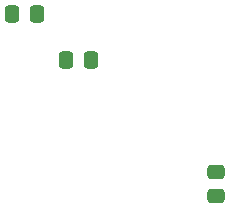
<source format=gbr>
%TF.GenerationSoftware,KiCad,Pcbnew,9.0.0*%
%TF.CreationDate,2025-03-28T00:35:08-07:00*%
%TF.ProjectId,stm32f429vit6_v1,73746d33-3266-4343-9239-766974365f76,rev?*%
%TF.SameCoordinates,Original*%
%TF.FileFunction,Paste,Bot*%
%TF.FilePolarity,Positive*%
%FSLAX46Y46*%
G04 Gerber Fmt 4.6, Leading zero omitted, Abs format (unit mm)*
G04 Created by KiCad (PCBNEW 9.0.0) date 2025-03-28 00:35:08*
%MOMM*%
%LPD*%
G01*
G04 APERTURE LIST*
G04 Aperture macros list*
%AMRoundRect*
0 Rectangle with rounded corners*
0 $1 Rounding radius*
0 $2 $3 $4 $5 $6 $7 $8 $9 X,Y pos of 4 corners*
0 Add a 4 corners polygon primitive as box body*
4,1,4,$2,$3,$4,$5,$6,$7,$8,$9,$2,$3,0*
0 Add four circle primitives for the rounded corners*
1,1,$1+$1,$2,$3*
1,1,$1+$1,$4,$5*
1,1,$1+$1,$6,$7*
1,1,$1+$1,$8,$9*
0 Add four rect primitives between the rounded corners*
20,1,$1+$1,$2,$3,$4,$5,0*
20,1,$1+$1,$4,$5,$6,$7,0*
20,1,$1+$1,$6,$7,$8,$9,0*
20,1,$1+$1,$8,$9,$2,$3,0*%
G04 Aperture macros list end*
%ADD10RoundRect,0.250000X0.337500X0.475000X-0.337500X0.475000X-0.337500X-0.475000X0.337500X-0.475000X0*%
%ADD11RoundRect,0.250000X0.475000X-0.337500X0.475000X0.337500X-0.475000X0.337500X-0.475000X-0.337500X0*%
%ADD12RoundRect,0.250000X-0.337500X-0.475000X0.337500X-0.475000X0.337500X0.475000X-0.337500X0.475000X0*%
G04 APERTURE END LIST*
D10*
%TO.C,C5*%
X176650000Y-66300000D03*
X174575000Y-66300000D03*
%TD*%
D11*
%TO.C,C8*%
X191850000Y-81737500D03*
X191850000Y-79662500D03*
%TD*%
D12*
%TO.C,C17*%
X179112500Y-70200000D03*
X181187500Y-70200000D03*
%TD*%
M02*

</source>
